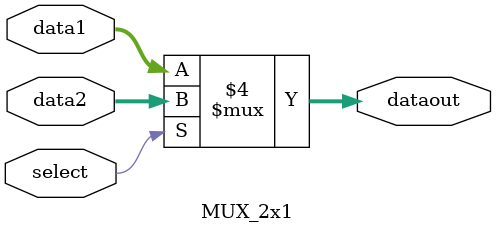
<source format=v>
`timescale 1ns / 1ps


module MUX_2x1(
input select,
input [7:0] data1,
input [7:0] data2,
output reg [7:0] dataout
    );

always@(*)
begin
    if ( select == 1'b1 )
    begin
        dataout = data2;
    end
    
    else
    begin
        dataout = data1;
    end
end    
endmodule

</source>
